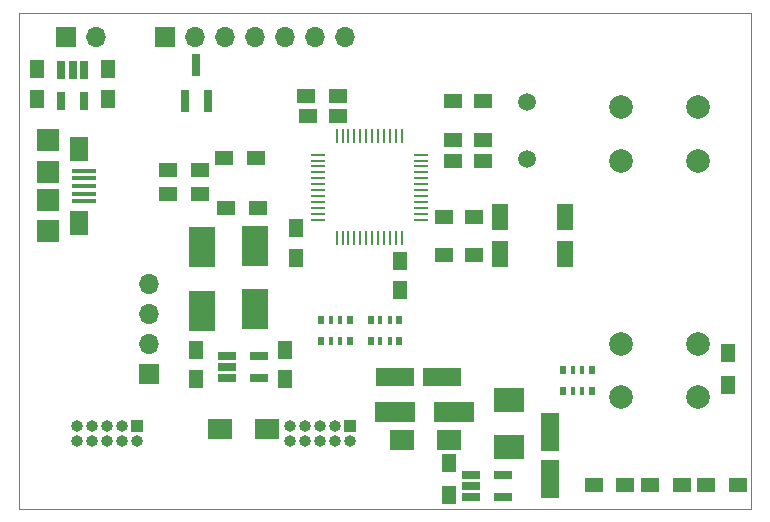
<source format=gbr>
G04 #@! TF.FileFunction,Soldermask,Top*
%FSLAX46Y46*%
G04 Gerber Fmt 4.6, Leading zero omitted, Abs format (unit mm)*
G04 Created by KiCad (PCBNEW 4.0.7) date 06/22/18 13:57:38*
%MOMM*%
%LPD*%
G01*
G04 APERTURE LIST*
%ADD10C,0.100000*%
%ADD11R,3.200000X1.500000*%
%ADD12R,1.000000X1.000000*%
%ADD13O,1.000000X1.000000*%
%ADD14R,1.250000X1.500000*%
%ADD15R,1.700000X1.700000*%
%ADD16O,1.700000X1.700000*%
%ADD17R,1.500000X1.250000*%
%ADD18R,1.500000X3.200000*%
%ADD19R,1.500000X1.300000*%
%ADD20R,2.000000X0.400000*%
%ADD21R,1.600000X2.100000*%
%ADD22R,1.900000X1.900000*%
%ADD23R,2.500000X2.000000*%
%ADD24R,0.800000X1.900000*%
%ADD25R,1.300000X1.500000*%
%ADD26R,0.500000X0.800000*%
%ADD27R,0.400000X0.800000*%
%ADD28C,2.000000*%
%ADD29R,1.300000X0.250000*%
%ADD30R,0.250000X1.300000*%
%ADD31R,0.650000X1.560000*%
%ADD32R,1.560000X0.650000*%
%ADD33C,1.500000*%
%ADD34R,1.400000X2.200000*%
%ADD35R,2.000000X1.700000*%
%ADD36R,3.500000X1.800000*%
%ADD37R,2.300000X3.500000*%
G04 APERTURE END LIST*
D10*
X112000000Y-40000000D02*
X50000000Y-40000000D01*
X112000000Y-82000000D02*
X112000000Y-40000000D01*
X50000000Y-82000000D02*
X112000000Y-82000000D01*
X50000000Y-40000000D02*
X50000000Y-82000000D01*
D11*
X81800000Y-70800000D03*
X85800000Y-70800000D03*
D12*
X60000000Y-75000000D03*
D13*
X60000000Y-76270000D03*
X58730000Y-75000000D03*
X58730000Y-76270000D03*
X57460000Y-75000000D03*
X57460000Y-76270000D03*
X56190000Y-75000000D03*
X56190000Y-76270000D03*
X54920000Y-75000000D03*
X54920000Y-76270000D03*
D14*
X73500000Y-58250000D03*
X73500000Y-60750000D03*
D15*
X61000000Y-70540000D03*
D16*
X61000000Y-68000000D03*
X61000000Y-65460000D03*
X61000000Y-62920000D03*
D17*
X89250000Y-47500000D03*
X86750000Y-47500000D03*
X89250000Y-52500000D03*
X86750000Y-52500000D03*
X88500000Y-60500000D03*
X86000000Y-60500000D03*
X88500000Y-57250000D03*
X86000000Y-57250000D03*
D14*
X82250000Y-61000000D03*
X82250000Y-63500000D03*
X51500000Y-44750000D03*
X51500000Y-47250000D03*
X57500000Y-47250000D03*
X57500000Y-44750000D03*
X65000000Y-71000000D03*
X65000000Y-68500000D03*
X72500000Y-68500000D03*
X72500000Y-71000000D03*
D18*
X95000000Y-75500000D03*
X95000000Y-79500000D03*
D19*
X98650000Y-80000000D03*
X101350000Y-80000000D03*
X103400000Y-80000000D03*
X106100000Y-80000000D03*
X108150000Y-80000000D03*
X110850000Y-80000000D03*
D12*
X78000000Y-75000000D03*
D13*
X78000000Y-76270000D03*
X76730000Y-75000000D03*
X76730000Y-76270000D03*
X75460000Y-75000000D03*
X75460000Y-76270000D03*
X74190000Y-75000000D03*
X74190000Y-76270000D03*
X72920000Y-75000000D03*
X72920000Y-76270000D03*
D15*
X53960000Y-42000000D03*
D16*
X56500000Y-42000000D03*
D20*
X55500000Y-55950000D03*
X55500000Y-55300000D03*
X55500000Y-54650000D03*
X55500000Y-54000000D03*
D21*
X55050000Y-57750000D03*
X55050000Y-51550000D03*
D22*
X52500000Y-58500000D03*
X52500000Y-50800000D03*
X52500000Y-53450000D03*
X52500000Y-55850000D03*
D20*
X55500000Y-53350000D03*
D23*
X91500000Y-76750000D03*
X91500000Y-72750000D03*
D24*
X64075000Y-47450000D03*
X65975000Y-47450000D03*
X65025000Y-44450000D03*
D25*
X110000000Y-68800000D03*
X110000000Y-71500000D03*
X86400000Y-78100000D03*
X86400000Y-80800000D03*
D19*
X74300000Y-47000000D03*
X77000000Y-47000000D03*
X62650000Y-55325000D03*
X65350000Y-55325000D03*
X62650000Y-53325000D03*
X65350000Y-53325000D03*
X67500000Y-56500000D03*
X70200000Y-56500000D03*
X67400000Y-52250000D03*
X70100000Y-52250000D03*
D26*
X98500000Y-70200000D03*
D27*
X96900000Y-70200000D03*
X97700000Y-70200000D03*
D26*
X96100000Y-70200000D03*
D27*
X97700000Y-72000000D03*
D26*
X98500000Y-72000000D03*
D27*
X96900000Y-72000000D03*
D26*
X96100000Y-72000000D03*
D28*
X101000000Y-52500000D03*
X101000000Y-48000000D03*
X107500000Y-52500000D03*
X107500000Y-48000000D03*
X101000000Y-72500000D03*
X101000000Y-68000000D03*
X107500000Y-72500000D03*
X107500000Y-68000000D03*
D29*
X84000000Y-57500000D03*
X84000000Y-57000000D03*
X84000000Y-56500000D03*
X84000000Y-56000000D03*
X84000000Y-55500000D03*
X84000000Y-55000000D03*
X84000000Y-54500000D03*
X84000000Y-54000000D03*
X84000000Y-53500000D03*
X84000000Y-53000000D03*
X84000000Y-52500000D03*
X84000000Y-52000000D03*
D30*
X82400000Y-50400000D03*
X81900000Y-50400000D03*
X81400000Y-50400000D03*
X80900000Y-50400000D03*
X80400000Y-50400000D03*
X79900000Y-50400000D03*
X79400000Y-50400000D03*
X78900000Y-50400000D03*
X78400000Y-50400000D03*
X77900000Y-50400000D03*
X77400000Y-50400000D03*
X76900000Y-50400000D03*
D29*
X75300000Y-52000000D03*
X75300000Y-52500000D03*
X75300000Y-53000000D03*
X75300000Y-53500000D03*
X75300000Y-54000000D03*
X75300000Y-54500000D03*
X75300000Y-55000000D03*
X75300000Y-55500000D03*
X75300000Y-56000000D03*
X75300000Y-56500000D03*
X75300000Y-57000000D03*
X75300000Y-57500000D03*
D30*
X76900000Y-59100000D03*
X77400000Y-59100000D03*
X77900000Y-59100000D03*
X78400000Y-59100000D03*
X78900000Y-59100000D03*
X79400000Y-59100000D03*
X79900000Y-59100000D03*
X80400000Y-59100000D03*
X80900000Y-59100000D03*
X81400000Y-59100000D03*
X81900000Y-59100000D03*
X82400000Y-59100000D03*
D31*
X55500000Y-44800000D03*
X54550000Y-44800000D03*
X53600000Y-44800000D03*
X53600000Y-47500000D03*
X55500000Y-47500000D03*
D32*
X67650000Y-69050000D03*
X67650000Y-70000000D03*
X67650000Y-70950000D03*
X70350000Y-70950000D03*
X70350000Y-69050000D03*
X88300000Y-79100000D03*
X88300000Y-80050000D03*
X88300000Y-81000000D03*
X91000000Y-81000000D03*
X91000000Y-79100000D03*
D15*
X62380000Y-42000000D03*
D16*
X64920000Y-42000000D03*
X67460000Y-42000000D03*
X70000000Y-42000000D03*
X72540000Y-42000000D03*
X75080000Y-42000000D03*
X77620000Y-42000000D03*
D33*
X93000000Y-47520000D03*
X93000000Y-52400000D03*
D34*
X96250000Y-60450000D03*
X96250000Y-57250000D03*
X90750000Y-57250000D03*
X90750000Y-60450000D03*
D17*
X77000000Y-48750000D03*
X74500000Y-48750000D03*
X86750000Y-50750000D03*
X89250000Y-50750000D03*
D26*
X78000000Y-66000000D03*
D27*
X76400000Y-66000000D03*
X77200000Y-66000000D03*
D26*
X75600000Y-66000000D03*
D27*
X77200000Y-67800000D03*
D26*
X78000000Y-67800000D03*
D27*
X76400000Y-67800000D03*
D26*
X75600000Y-67800000D03*
X79800000Y-67800000D03*
D27*
X81400000Y-67800000D03*
X80600000Y-67800000D03*
D26*
X82200000Y-67800000D03*
D27*
X80600000Y-66000000D03*
D26*
X79800000Y-66000000D03*
D27*
X81400000Y-66000000D03*
D26*
X82200000Y-66000000D03*
D35*
X86400000Y-76200000D03*
X82400000Y-76200000D03*
X71000000Y-75200000D03*
X67000000Y-75200000D03*
D36*
X81800000Y-73800000D03*
X86800000Y-73800000D03*
D37*
X65500000Y-65200000D03*
X65500000Y-59800000D03*
X70000000Y-65100000D03*
X70000000Y-59700000D03*
M02*

</source>
